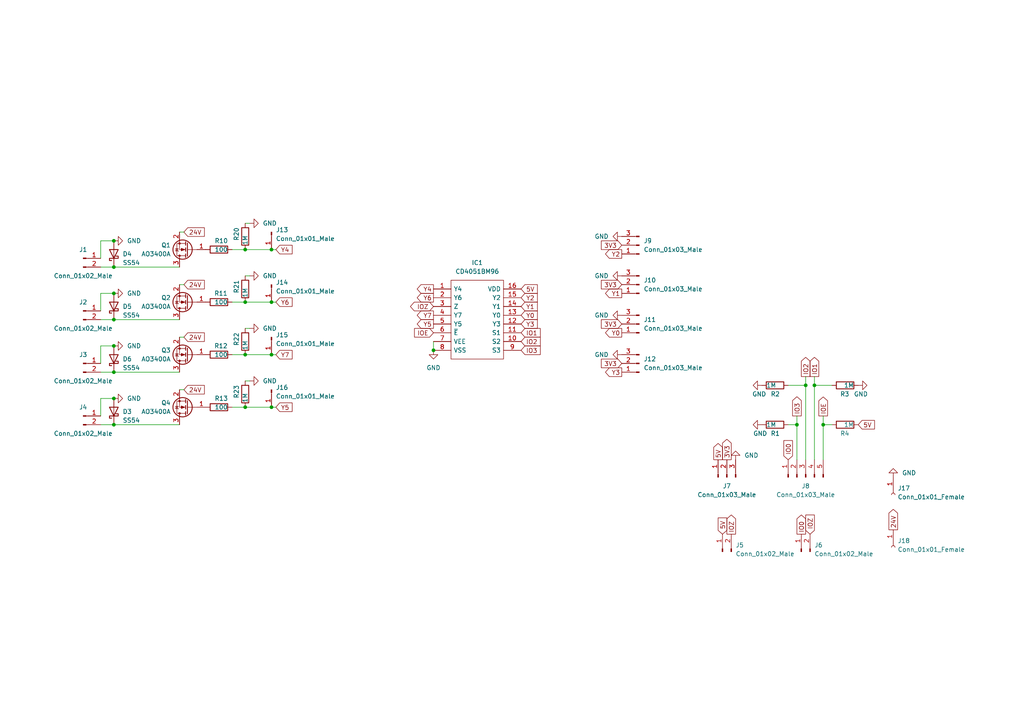
<source format=kicad_sch>
(kicad_sch (version 20211123) (generator eeschema)
  (paper "A4")
  (title_block (title "Plant Watering") (date "2022-03-16") (rev "1"))
  (lib_symbols
    (symbol "Connector:Conn_01x01_Female" (pin_names (offset 1.016) hide)
      (property "Reference" "J" (at 0 2.54 0))
      (property "Value" "Conn_01x01_Female" (at 0 -2.54 0))
      (symbol "Conn_01x01_Female_1_1"
        (polyline (pts (xy -1.27 0) (xy -0.508 0)) (stroke (width 0.1524)))
        (arc (start 0 0.508) (mid -0.508 0) (end 0 -0.508) (stroke (width 0.1524)))
        (pin passive line (at -5.08 0 0) (length 3.81) (name "Pin_1") (number "1"))
      )
    )
    (symbol "Connector:Conn_01x01_Male" (pin_names (offset 1.016) hide)
      (property "Reference" "J" (at 0 2.54 0))
      (property "Value" "Conn_01x01_Male" (at 0 -2.54 0))
      (symbol "Conn_01x01_Male_1_1"
        (polyline (pts (xy 1.27 0) (xy 0.8636 0)) (stroke (width 0.1524)))
        (rectangle (start 0.8636 0.127) (end 0 -0.127) (stroke (width 0.1524)) (fill (type outline)))
        (pin passive line (at 5.08 0 180) (length 3.81) (name "Pin_1") (number "1"))
      )
    )
    (symbol "Connector:Conn_01x02_Male" (pin_names (offset 1.016) hide)
      (property "Reference" "J" (at 0 2.54 0))
      (property "Value" "Conn_01x02_Male" (at 0 -5.08 0))
      (symbol "Conn_01x02_Male_1_1"
        (polyline (pts (xy 1.27 -2.54) (xy 0.8636 -2.54)) (stroke (width 0.1524)))
        (polyline (pts (xy 1.27 0) (xy 0.8636 0)) (stroke (width 0.1524)))
        (rectangle (start 0.8636 -2.413) (end 0 -2.667) (stroke (width 0.1524)) (fill (type outline)))
        (rectangle (start 0.8636 0.127) (end 0 -0.127) (stroke (width 0.1524)) (fill (type outline)))
        (pin passive line (at 5.08 0 180) (length 3.81) (name "Pin_1") (number "1"))
        (pin passive line (at 5.08 -2.54 180) (length 3.81) (name "Pin_2") (number "2"))
      )
    )
    (symbol "Connector:Conn_01x03_Male" (pin_names (offset 1.016) hide)
      (property "Reference" "J" (at 0 5.08 0))
      (property "Value" "Conn_01x03_Male" (at 0 -5.08 0))
      (symbol "Conn_01x03_Male_1_1"
        (polyline (pts (xy 1.27 -2.54) (xy 0.8636 -2.54)) (stroke (width 0.1524)))
        (polyline (pts (xy 1.27 0) (xy 0.8636 0)) (stroke (width 0.1524)))
        (polyline (pts (xy 1.27 2.54) (xy 0.8636 2.54)) (stroke (width 0.1524)))
        (rectangle (start 0.8636 -2.413) (end 0 -2.667) (stroke (width 0.1524)) (fill (type outline)))
        (rectangle (start 0.8636 0.127) (end 0 -0.127) (stroke (width 0.1524)) (fill (type outline)))
        (rectangle (start 0.8636 2.667) (end 0 2.413) (stroke (width 0.1524)) (fill (type outline)))
        (pin passive line (at 5.08 2.54 180) (length 3.81) (name "Pin_1") (number "1"))
        (pin passive line (at 5.08 0 180) (length 3.81) (name "Pin_2") (number "2"))
        (pin passive line (at 5.08 -2.54 180) (length 3.81) (name "Pin_3") (number "3"))
      )
    )
    (symbol "Connector:Conn_01x05_Male" (pin_names (offset 1.016) hide)
      (property "Reference" "J" (at 0 7.62 0))
      (property "Value" "Conn_01x05_Male" (at 0 -7.62 0))
      (symbol "Conn_01x05_Male_1_1"
        (polyline (pts (xy 1.27 -5.08) (xy 0.8636 -5.08)) (stroke (width 0.1524)))
        (polyline (pts (xy 1.27 -2.54) (xy 0.8636 -2.54)) (stroke (width 0.1524)))
        (polyline (pts (xy 1.27 0) (xy 0.8636 0)) (stroke (width 0.1524)))
        (polyline (pts (xy 1.27 2.54) (xy 0.8636 2.54)) (stroke (width 0.1524)))
        (polyline (pts (xy 1.27 5.08) (xy 0.8636 5.08)) (stroke (width 0.1524)))
        (rectangle (start 0.8636 -4.953) (end 0 -5.207) (stroke (width 0.1524)) (fill (type outline)))
        (rectangle (start 0.8636 -2.413) (end 0 -2.667) (stroke (width 0.1524)) (fill (type outline)))
        (rectangle (start 0.8636 0.127) (end 0 -0.127) (stroke (width 0.1524)) (fill (type outline)))
        (rectangle (start 0.8636 2.667) (end 0 2.413) (stroke (width 0.1524)) (fill (type outline)))
        (rectangle (start 0.8636 5.207) (end 0 4.953) (stroke (width 0.1524)) (fill (type outline)))
        (pin passive line (at 5.08 5.08 180) (length 3.81) (name "Pin_1") (number "1"))
        (pin passive line (at 5.08 2.54 180) (length 3.81) (name "Pin_2") (number "2"))
        (pin passive line (at 5.08 0 180) (length 3.81) (name "Pin_3") (number "3"))
        (pin passive line (at 5.08 -2.54 180) (length 3.81) (name "Pin_4") (number "4"))
        (pin passive line (at 5.08 -5.08 180) (length 3.81) (name "Pin_5") (number "5"))
      )
    )
    (symbol "Device:D_Schottky" (pin_numbers hide) (pin_names (offset 1.016) hide)
      (property "Reference" "D" (at 0 2.54 0))
      (property "Value" "D_Schottky" (at 0 -2.54 0))
      (symbol "D_Schottky_0_1"
        (polyline (pts (xy 1.27 0) (xy -1.27 0)))
        (polyline (pts (xy 1.27 1.27) (xy 1.27 -1.27) (xy -1.27 0) (xy 1.27 1.27)) (stroke (width 0.254)))
        (polyline (pts (xy -1.905 0.635) (xy -1.905 1.27) (xy -1.27 1.27) (xy -1.27 -1.27) (xy -0.635 -1.27) (xy -0.635 -0.635)) (stroke (width 0.254)))
      )
      (symbol "D_Schottky_1_1"
        (pin passive line (at -3.81 0 0) (length 2.54) (name "K") (number "1"))
        (pin passive line (at 3.81 0 180) (length 2.54) (name "A") (number "2"))
      )
    )
    (symbol "Device:R" (pin_numbers hide) (pin_names (offset 0))
      (property "Reference" "R" (at 2.032 0 90))
      (property "Value" "R" (at 0 0 90))
      (symbol "R_0_1"
        (rectangle (start -1.016 -2.54) (end 1.016 2.54) (stroke (width 0.254)))
      )
      (symbol "R_1_1"
        (pin passive line (at 0 3.81 270) (length 1.27) (name "~") (number "1"))
        (pin passive line (at 0 -3.81 90) (length 1.27) (name "~") (number "2"))
      )
    )
    (symbol "SamacSys_Parts:HEF4051BT,653" (pin_names (offset 0.762))
      (property "Reference" "IC" (at 21.59 7.62 0))
      (property "Value" "HEF4051BT,653" (at 21.59 5.08 0))
      (symbol "HEF4051BT,653_0_0"
        (pin passive line (at 0 0 0) (length 5.08) (name "Y4") (number "1"))
        (pin passive line (at 25.4 -15.24 180) (length 5.08) (name "S2") (number "10"))
        (pin passive line (at 25.4 -12.7 180) (length 5.08) (name "S1") (number "11"))
        (pin passive line (at 25.4 -10.16 180) (length 5.08) (name "Y3") (number "12"))
        (pin passive line (at 25.4 -7.62 180) (length 5.08) (name "Y0") (number "13"))
        (pin passive line (at 25.4 -5.08 180) (length 5.08) (name "Y1") (number "14"))
        (pin passive line (at 25.4 -2.54 180) (length 5.08) (name "Y2") (number "15"))
        (pin passive line (at 25.4 0 180) (length 5.08) (name "VDD") (number "16"))
        (pin passive line (at 0 -2.54 0) (length 5.08) (name "Y6") (number "2"))
        (pin passive line (at 0 -5.08 0) (length 5.08) (name "Z") (number "3"))
        (pin passive line (at 0 -7.62 0) (length 5.08) (name "Y7") (number "4"))
        (pin passive line (at 0 -10.16 0) (length 5.08) (name "Y5") (number "5"))
        (pin passive line (at 0 -12.7 0) (length 5.08) (name "~{E}") (number "6"))
        (pin passive line (at 0 -15.24 0) (length 5.08) (name "VEE") (number "7"))
        (pin passive line (at 0 -17.78 0) (length 5.08) (name "VSS") (number "8"))
        (pin passive line (at 25.4 -17.78 180) (length 5.08) (name "S3") (number "9"))
      )
      (symbol "HEF4051BT,653_0_1"
        (polyline (pts (xy 5.08 2.54) (xy 20.32 2.54) (xy 20.32 -20.32) (xy 5.08 -20.32) (xy 5.08 2.54)) (stroke (width 0.1524)))
      )
    )
    (symbol "Transistor_FET:AO3400A" (pin_names hide)
      (property "Reference" "Q" (at 5.08 1.905 0))
      (property "Value" "AO3400A" (at 5.08 0 0))
      (symbol "AO3400A_0_1"
        (polyline (pts (xy 0.254 0) (xy -2.54 0)))
        (polyline (pts (xy 0.254 1.905) (xy 0.254 -1.905)) (stroke (width 0.254)))
        (polyline (pts (xy 0.762 -1.27) (xy 0.762 -2.286)) (stroke (width 0.254)))
        (polyline (pts (xy 0.762 0.508) (xy 0.762 -0.508)) (stroke (width 0.254)))
        (polyline (pts (xy 0.762 2.286) (xy 0.762 1.27)) (stroke (width 0.254)))
        (polyline (pts (xy 2.54 2.54) (xy 2.54 1.778)))
        (polyline (pts (xy 2.54 -2.54) (xy 2.54 0) (xy 0.762 0)))
        (polyline (pts (xy 0.762 -1.778) (xy 3.302 -1.778) (xy 3.302 1.778) (xy 0.762 1.778)))
        (polyline (pts (xy 1.016 0) (xy 2.032 0.381) (xy 2.032 -0.381) (xy 1.016 0)) (fill (type outline)))
        (polyline (pts (xy 2.794 0.508) (xy 2.921 0.381) (xy 3.683 0.381) (xy 3.81 0.254)))
        (polyline (pts (xy 3.302 0.381) (xy 2.921 -0.254) (xy 3.683 -0.254) (xy 3.302 0.381)))
        (circle (center 1.651 0) (radius 2.794) (stroke (width 0.254)))
        (circle (center 2.54 -1.778) (radius 0.254) (fill (type outline)))
        (circle (center 2.54 1.778) (radius 0.254) (fill (type outline)))
      )
      (symbol "AO3400A_1_1"
        (pin input line (at -5.08 0 0) (length 2.54) (name "G") (number "1"))
        (pin passive line (at 2.54 -5.08 90) (length 2.54) (name "S") (number "2"))
        (pin passive line (at 2.54 5.08 270) (length 2.54) (name "D") (number "3"))
      )
    )
    (symbol "power:GND" (power) (pin_names (offset 0))
      (property "Value" "GND" (at 0 -3.81 0))
      (symbol "GND_0_1"
        (polyline (pts (xy 0 0) (xy 0 -1.27) (xy 1.27 -1.27) (xy 0 -2.54) (xy -1.27 -1.27) (xy 0 -1.27)))
      )
      (symbol "GND_1_1"
        (pin power_in line (at 0 0 270) (length 0) hide (name "GND") (number "1"))
      )
    )
  )
  (junction (at 71.12 87.63))
  (junction (at 78.74 87.63))
  (junction (at 33.02 123.19))
  (junction (at 125.73 101.6))
  (junction (at 33.02 69.85))
  (junction (at 33.02 115.57))
  (junction (at 238.76 123.19))
  (junction (at 33.02 85.09))
  (junction (at 78.74 118.11))
  (junction (at 71.12 102.87))
  (junction (at 236.22 111.76))
  (junction (at 33.02 107.95))
  (junction (at 71.12 118.11))
  (junction (at 71.12 72.39))
  (junction (at 233.68 111.76))
  (junction (at 78.74 102.87))
  (junction (at 33.02 100.33))
  (junction (at 231.14 123.19))
  (junction (at 33.02 92.71))
  (junction (at 33.02 77.47))
  (junction (at 78.74 72.39))
  (wire (pts (xy 78.74 72.39) (xy 80.01 72.39)))
  (wire (pts (xy 29.21 69.85) (xy 33.02 69.85)))
  (wire (pts (xy 71.12 118.11) (xy 78.74 118.11)))
  (wire (pts (xy 29.21 92.71) (xy 33.02 92.71)))
  (wire (pts (xy 71.12 87.63) (xy 78.74 87.63)))
  (wire (pts (xy 29.21 107.95) (xy 33.02 107.95)))
  (wire (pts (xy 33.02 92.71) (xy 52.07 92.71)))
  (wire (pts (xy 231.14 123.19) (xy 231.14 133.35)))
  (wire (pts (xy 72.39 95.25) (xy 71.12 95.25)))
  (wire (pts (xy 236.22 111.76) (xy 236.22 133.35)))
  (wire (pts (xy 29.21 100.33) (xy 33.02 100.33)))
  (wire (pts (xy 29.21 85.09) (xy 33.02 85.09)))
  (wire (pts (xy 53.34 82.55) (xy 52.07 82.55)))
  (wire (pts (xy 67.31 118.11) (xy 71.12 118.11)))
  (wire (pts (xy 67.31 102.87) (xy 71.12 102.87)))
  (wire (pts (xy 238.76 123.19) (xy 238.76 133.35)))
  (wire (pts (xy 53.34 113.03) (xy 52.07 113.03)))
  (wire (pts (xy 236.22 111.76) (xy 241.3 111.76)))
  (wire (pts (xy 231.14 123.19) (xy 228.6 123.19)))
  (wire (pts (xy 241.3 123.19) (xy 238.76 123.19)))
  (wire (pts (xy 71.12 102.87) (xy 78.74 102.87)))
  (wire (pts (xy 29.21 120.65) (xy 29.21 115.57)))
  (wire (pts (xy 29.21 90.17) (xy 29.21 85.09)))
  (wire (pts (xy 238.76 123.19) (xy 238.76 120.65)))
  (wire (pts (xy 78.74 102.87) (xy 80.01 102.87)))
  (wire (pts (xy 233.68 111.76) (xy 233.68 133.35)))
  (wire (pts (xy 125.73 99.06) (xy 125.73 101.6)))
  (wire (pts (xy 228.6 111.76) (xy 233.68 111.76)))
  (wire (pts (xy 53.34 97.79) (xy 52.07 97.79)))
  (wire (pts (xy 29.21 115.57) (xy 33.02 115.57)))
  (wire (pts (xy 78.74 118.11) (xy 80.01 118.11)))
  (wire (pts (xy 71.12 72.39) (xy 78.74 72.39)))
  (wire (pts (xy 72.39 80.01) (xy 71.12 80.01)))
  (wire (pts (xy 33.02 123.19) (xy 52.07 123.19)))
  (wire (pts (xy 29.21 74.93) (xy 29.21 69.85)))
  (wire (pts (xy 233.68 111.76) (xy 233.68 109.22)))
  (wire (pts (xy 33.02 77.47) (xy 52.07 77.47)))
  (wire (pts (xy 78.74 87.63) (xy 80.01 87.63)))
  (wire (pts (xy 33.02 107.95) (xy 52.07 107.95)))
  (wire (pts (xy 29.21 77.47) (xy 33.02 77.47)))
  (wire (pts (xy 72.39 64.77) (xy 71.12 64.77)))
  (wire (pts (xy 29.21 123.19) (xy 33.02 123.19)))
  (wire (pts (xy 29.21 105.41) (xy 29.21 100.33)))
  (wire (pts (xy 53.34 67.31) (xy 52.07 67.31)))
  (wire (pts (xy 67.31 87.63) (xy 71.12 87.63)))
  (wire (pts (xy 231.14 120.65) (xy 231.14 123.19)))
  (wire (pts (xy 67.31 72.39) (xy 71.12 72.39)))
  (wire (pts (xy 72.39 110.49) (xy 71.12 110.49)))
  (wire (pts (xy 236.22 109.22) (xy 236.22 111.76)))
  (global_label "24V" (shape input) (at 53.34 113.03 0) (property "Intersheet References" "${INTERSHEET_REFS}" (effects hide)))
  (global_label "Y1" (shape input) (at 151.13 88.9 0) (property "Intersheet References" "${INTERSHEET_REFS}" (effects hide)))
  (global_label "Y5" (shape input) (at 80.01 118.11 0) (property "Intersheet References" "${INTERSHEET_REFS}" (effects hide)))
  (global_label "24V" (shape input) (at 53.34 67.31 0) (property "Intersheet References" "${INTERSHEET_REFS}" (effects hide)))
  (global_label "5V" (shape input) (at 248.92 123.19 0) (property "Intersheet References" "${INTERSHEET_REFS}" (effects hide)))
  (global_label "IOZ" (shape bidirectional) (at 125.73 88.9 180) (property "Intersheet References" "${INTERSHEET_REFS}" (effects hide)))
  (global_label "IOE" (shape input) (at 125.73 96.52 180) (property "Intersheet References" "${INTERSHEET_REFS}" (effects hide)))
  (global_label "24V" (shape output) (at 259.08 153.67 90) (property "Intersheet References" "${INTERSHEET_REFS}" (effects hide)))
  (global_label "IO1" (shape input) (at 151.13 96.52 0) (property "Intersheet References" "${INTERSHEET_REFS}" (effects hide)))
  (global_label "3V3" (shape output) (at 210.82 133.35 90) (property "Intersheet References" "${INTERSHEET_REFS}" (effects hide)))
  (global_label "IOE" (shape output) (at 238.76 120.65 90) (property "Intersheet References" "${INTERSHEET_REFS}" (effects hide)))
  (global_label "3V3" (shape input) (at 180.34 71.12 180) (property "Intersheet References" "${INTERSHEET_REFS}" (effects hide)))
  (global_label "IO2" (shape output) (at 233.68 109.22 90) (property "Intersheet References" "${INTERSHEET_REFS}" (effects hide)))
  (global_label "3V3" (shape input) (at 180.34 93.98 180) (property "Intersheet References" "${INTERSHEET_REFS}" (effects hide)))
  (global_label "Y7" (shape input) (at 80.01 102.87 0) (property "Intersheet References" "${INTERSHEET_REFS}" (effects hide)))
  (global_label "Y4" (shape input) (at 80.01 72.39 0) (property "Intersheet References" "${INTERSHEET_REFS}" (effects hide)))
  (global_label "24V" (shape input) (at 53.34 82.55 0) (property "Intersheet References" "${INTERSHEET_REFS}" (effects hide)))
  (global_label "24V" (shape input) (at 53.34 97.79 0) (property "Intersheet References" "${INTERSHEET_REFS}" (effects hide)))
  (global_label "Y6" (shape input) (at 80.01 87.63 0) (property "Intersheet References" "${INTERSHEET_REFS}" (effects hide)))
  (global_label "3V3" (shape input) (at 180.34 105.41 180) (property "Intersheet References" "${INTERSHEET_REFS}" (effects hide)))
  (global_label "IO0" (shape output) (at 232.41 154.94 90) (property "Intersheet References" "${INTERSHEET_REFS}" (effects hide)))
  (global_label "IO3" (shape input) (at 151.13 101.6 0) (property "Intersheet References" "${INTERSHEET_REFS}" (effects hide)))
  (global_label "IOZ" (shape input) (at 234.95 154.94 90) (property "Intersheet References" "${INTERSHEET_REFS}" (effects hide)))
  (global_label "Y2" (shape output) (at 180.34 73.66 180) (property "Intersheet References" "${INTERSHEET_REFS}" (effects hide)))
  (global_label "Y7" (shape output) (at 125.73 91.44 180) (property "Intersheet References" "${INTERSHEET_REFS}" (effects hide)))
  (global_label "5V" (shape output) (at 208.28 133.35 90) (property "Intersheet References" "${INTERSHEET_REFS}" (effects hide)))
  (global_label "3V3" (shape input) (at 180.34 82.55 180) (property "Intersheet References" "${INTERSHEET_REFS}" (effects hide)))
  (global_label "IO0" (shape input) (at 228.6 133.35 90) (property "Intersheet References" "${INTERSHEET_REFS}" (effects hide)))
  (global_label "Y5" (shape output) (at 125.73 93.98 180) (property "Intersheet References" "${INTERSHEET_REFS}" (effects hide)))
  (global_label "Y6" (shape output) (at 125.73 86.36 180) (property "Intersheet References" "${INTERSHEET_REFS}" (effects hide)))
  (global_label "IO1" (shape output) (at 236.22 109.22 90) (property "Intersheet References" "${INTERSHEET_REFS}" (effects hide)))
  (global_label "IOZ" (shape output) (at 212.09 154.94 90) (property "Intersheet References" "${INTERSHEET_REFS}" (effects hide)))
  (global_label "Y1" (shape output) (at 180.34 85.09 180) (property "Intersheet References" "${INTERSHEET_REFS}" (effects hide)))
  (global_label "Y0" (shape input) (at 151.13 91.44 0) (property "Intersheet References" "${INTERSHEET_REFS}" (effects hide)))
  (global_label "Y3" (shape output) (at 180.34 107.95 180) (property "Intersheet References" "${INTERSHEET_REFS}" (effects hide)))
  (global_label "Y2" (shape input) (at 151.13 86.36 0) (property "Intersheet References" "${INTERSHEET_REFS}" (effects hide)))
  (global_label "IO2" (shape input) (at 151.13 99.06 0) (property "Intersheet References" "${INTERSHEET_REFS}" (effects hide)))
  (global_label "IO3" (shape output) (at 231.14 120.65 90) (property "Intersheet References" "${INTERSHEET_REFS}" (effects hide)))
  (global_label "Y3" (shape input) (at 151.13 93.98 0) (property "Intersheet References" "${INTERSHEET_REFS}" (effects hide)))
  (global_label "5V" (shape input) (at 151.13 83.82 0) (property "Intersheet References" "${INTERSHEET_REFS}" (effects hide)))
  (global_label "5V" (shape input) (at 209.55 154.94 90) (property "Intersheet References" "${INTERSHEET_REFS}" (effects hide)))
  (global_label "Y0" (shape output) (at 180.34 96.52 180) (property "Intersheet References" "${INTERSHEET_REFS}" (effects hide)))
  (global_label "Y4" (shape output) (at 125.73 83.82 180) (property "Intersheet References" "${INTERSHEET_REFS}" (effects hide)))
  (symbol (lib_id "Device:R") (at 71.12 114.3 0) (unit 1)
    (property "Reference" "R23" (at 68.58 115.57 90) (effects (justify left)))
    (property "Value" "1M" (at 71.12 116.84 90) (effects (justify left)))
    (property "Footprint" "Resistor_SMD:R_0805_2012Metric" (effects hide))
    (property "LCSC" "C17514" (effects hide))
  )
  (symbol (lib_id "power:GND") (at 33.02 69.85 90) (unit 1)
    (property "Reference" "#PWR0112" (effects hide))
    (property "Value" "GND" (at 36.83 69.8499 90) (effects (justify right)))
  )
  (symbol (lib_id "Transistor_FET:AO3400A") (at 54.61 102.87 180) (unit 1)
    (property "Reference" "Q3" (at 49.53 101.6 0) (effects (justify left)))
    (property "Value" "AO3400A" (at 49.53 104.14 0) (effects (justify left)))
    (property "Footprint" "Package_TO_SOT_SMD:SOT-23" (effects hide))
    (property "Datasheet" "http://www.aosmd.com/pdfs/datasheet/AO3400A.pdf" (effects hide))
    (property "LCSC" "C20917" (effects hide))
  )
  (symbol (lib_id "Connector:Conn_01x02_Male") (at 24.13 120.65 0) (unit 1)
    (property "Reference" "J4" (at 24.13 118.11 0))
    (property "Value" "Conn_01x02_Male" (at 24.13 125.73 0))
    (property "Footprint" "Connector_PinHeader_2.54mm:PinHeader_1x02_P2.54mm_Vertical" (effects hide))
  )
  (symbol (lib_id "power:GND") (at 248.92 111.76 90) (unit 1)
    (property "Reference" "#PWR05" (effects hide))
    (property "Value" "GND" (at 247.65 114.3 90) (effects (justify right)))
  )
  (symbol (lib_id "Connector:Conn_01x02_Male") (at 24.13 74.93 0) (unit 1)
    (property "Reference" "J1" (at 24.13 72.39 0))
    (property "Value" "Conn_01x02_Male" (at 24.13 80.01 0))
    (property "Footprint" "Connector_PinHeader_2.54mm:PinHeader_1x02_P2.54mm_Vertical" (effects hide))
  )
  (symbol (lib_id "Device:R") (at 63.5 87.63 90) (unit 1)
    (property "Reference" "R11" (at 66.04 85.09 90) (effects (justify left)))
    (property "Value" "100" (at 66.04 87.63 90) (effects (justify left)))
    (property "Footprint" "Resistor_SMD:R_0805_2012Metric" (effects hide))
    (property "LCSC" "C17408" (effects hide))
  )
  (symbol (lib_id "power:GND") (at 180.34 91.44 270) (unit 1)
    (property "Reference" "#PWR016" (effects hide))
    (property "Value" "GND" (at 176.53 91.4399 90) (effects (justify right)))
  )
  (symbol (lib_id "power:GND") (at 72.39 80.01 90) (unit 1)
    (property "Reference" "#PWR018" (effects hide))
    (property "Value" "GND" (at 76.2 80.0099 90) (effects (justify right)))
  )
  (symbol (lib_id "Device:D_Schottky") (at 33.02 119.38 90) (unit 1)
    (property "Reference" "D3" (at 35.56 119.38 90) (effects (justify right)))
    (property "Value" "SS54" (at 35.56 121.92 90) (effects (justify right)))
    (property "Footprint" "Diode_SMD:D_SMA" (effects hide))
    (property "LCSC" "C22452" (effects hide))
  )
  (symbol (lib_id "Device:R") (at 245.11 111.76 90) (unit 1)
    (property "Reference" "R3" (at 246.38 114.3 90) (effects (justify left)))
    (property "Value" "1M" (at 247.65 111.76 90) (effects (justify left)))
    (property "Footprint" "Resistor_SMD:R_0805_2012Metric" (effects hide))
    (property "LCSC" "C17514" (effects hide))
  )
  (symbol (lib_id "Connector:Conn_01x01_Female") (at 259.08 158.75 270) (unit 1)
    (property "Reference" "J18" (at 260.35 156.8449 90) (effects (justify left)))
    (property "Value" "Conn_01x01_Female" (at 260.35 159.3849 90) (effects (justify left)))
    (property "Footprint" "MountingHole:MountingHole_2.2mm_M2_ISO14580_Pad" (effects hide))
  )
  (symbol (lib_id "Connector:Conn_01x02_Male") (at 24.13 90.17 0) (unit 1)
    (property "Reference" "J2" (at 24.13 87.63 0))
    (property "Value" "Conn_01x02_Male" (at 24.13 95.25 0))
    (property "Footprint" "Connector_PinHeader_2.54mm:PinHeader_1x02_P2.54mm_Vertical" (effects hide))
  )
  (symbol (lib_id "power:GND") (at 33.02 115.57 90) (unit 1)
    (property "Reference" "#PWR0113" (effects hide))
    (property "Value" "GND" (at 36.83 115.5699 90) (effects (justify right)))
  )
  (symbol (lib_id "Device:R") (at 71.12 99.06 0) (unit 1)
    (property "Reference" "R22" (at 68.58 100.33 90) (effects (justify left)))
    (property "Value" "1M" (at 71.12 101.6 90) (effects (justify left)))
    (property "Footprint" "Resistor_SMD:R_0805_2012Metric" (effects hide))
    (property "LCSC" "C17514" (effects hide))
  )
  (symbol (lib_id "Transistor_FET:AO3400A") (at 54.61 72.39 180) (unit 1)
    (property "Reference" "Q1" (at 49.53 71.12 0) (effects (justify left)))
    (property "Value" "AO3400A" (at 49.53 73.66 0) (effects (justify left)))
    (property "Footprint" "Package_TO_SOT_SMD:SOT-23" (effects hide))
    (property "Datasheet" "http://www.aosmd.com/pdfs/datasheet/AO3400A.pdf" (effects hide))
    (property "LCSC" "C20917" (effects hide))
  )
  (symbol (lib_id "power:GND") (at 125.73 101.6 0) (unit 1)
    (property "Reference" "#PWR0116" (effects hide))
    (property "Value" "GND" (at 125.73 106.68 0))
  )
  (symbol (lib_id "Transistor_FET:AO3400A") (at 54.61 87.63 180) (unit 1)
    (property "Reference" "Q2" (at 49.53 86.36 0) (effects (justify left)))
    (property "Value" "AO3400A" (at 49.53 88.9 0) (effects (justify left)))
    (property "Footprint" "Package_TO_SOT_SMD:SOT-23" (effects hide))
    (property "Datasheet" "http://www.aosmd.com/pdfs/datasheet/AO3400A.pdf" (effects hide))
    (property "LCSC" "C20917" (effects hide))
  )
  (symbol (lib_id "power:GND") (at 213.36 133.35 180) (unit 1)
    (property "Reference" "#PWR01" (effects hide))
    (property "Value" "GND" (at 215.9 132.0799 0) (effects (justify right)))
  )
  (symbol (lib_id "power:GND") (at 180.34 80.01 270) (unit 1)
    (property "Reference" "#PWR015" (effects hide))
    (property "Value" "GND" (at 176.53 80.0099 90) (effects (justify right)))
  )
  (symbol (lib_id "Device:D_Schottky") (at 33.02 73.66 90) (unit 1)
    (property "Reference" "D4" (at 35.56 73.66 90) (effects (justify right)))
    (property "Value" "SS54" (at 35.56 76.2 90) (effects (justify right)))
    (property "Footprint" "Diode_SMD:D_SMA" (effects hide))
    (property "LCSC" "C22452" (effects hide))
  )
  (symbol (lib_id "Connector:Conn_01x02_Male") (at 232.41 160.02 90) (unit 1)
    (property "Reference" "J6" (at 236.22 158.1149 90) (effects (justify right)))
    (property "Value" "Conn_01x02_Male" (at 236.22 160.6549 90) (effects (justify right)))
    (property "Footprint" "Connector_PinHeader_2.54mm:PinHeader_1x02_P2.54mm_Vertical" (effects hide))
  )
  (symbol (lib_id "power:GND") (at 72.39 95.25 90) (unit 1)
    (property "Reference" "#PWR019" (effects hide))
    (property "Value" "GND" (at 76.2 95.2499 90) (effects (justify right)))
  )
  (symbol (lib_id "power:GND") (at 220.98 111.76 270) (unit 1)
    (property "Reference" "#PWR04" (effects hide))
    (property "Value" "GND" (at 222.25 114.3 90) (effects (justify right)))
  )
  (symbol (lib_id "Connector:Conn_01x02_Male") (at 209.55 160.02 90) (unit 1)
    (property "Reference" "J5" (at 213.36 158.1149 90) (effects (justify right)))
    (property "Value" "Conn_01x02_Male" (at 213.36 160.6549 90) (effects (justify right)))
    (property "Footprint" "Connector_PinHeader_2.54mm:PinHeader_1x02_P2.54mm_Vertical" (effects hide))
  )
  (symbol (lib_id "Device:R") (at 63.5 118.11 270) (unit 1)
    (property "Reference" "R13" (at 62.23 115.57 90) (effects (justify left)))
    (property "Value" "100" (at 62.23 118.11 90) (effects (justify left)))
    (property "Footprint" "Resistor_SMD:R_0805_2012Metric" (effects hide))
    (property "LCSC" "C17408" (effects hide))
  )
  (symbol (lib_id "Connector:Conn_01x01_Male") (at 78.74 67.31 270) (unit 1)
    (property "Reference" "J13" (at 80.01 66.6749 90) (effects (justify left)))
    (property "Value" "Conn_01x01_Male" (at 80.01 69.2149 90) (effects (justify left)))
    (property "Footprint" "Connector_PinHeader_2.54mm:PinHeader_1x01_P2.54mm_Vertical" (effects hide))
  )
  (symbol (lib_id "Device:R") (at 63.5 102.87 90) (unit 1)
    (property "Reference" "R12" (at 66.04 100.33 90) (effects (justify left)))
    (property "Value" "100" (at 66.04 102.87 90) (effects (justify left)))
    (property "Footprint" "Resistor_SMD:R_0805_2012Metric" (effects hide))
    (property "LCSC" "C17408" (effects hide))
  )
  (symbol (lib_id "Connector:Conn_01x01_Female") (at 259.08 143.51 270) (unit 1)
    (property "Reference" "J17" (at 260.35 141.6049 90) (effects (justify left)))
    (property "Value" "Conn_01x01_Female" (at 260.35 144.1449 90) (effects (justify left)))
    (property "Footprint" "MountingHole:MountingHole_2.2mm_M2_ISO14580_Pad" (effects hide))
  )
  (symbol (lib_id "Connector:Conn_01x05_Male") (at 233.68 138.43 90) (unit 1)
    (property "Reference" "J8" (at 233.68 140.97 90))
    (property "Value" "Conn_01x03_Male" (at 233.68 143.51 90))
    (property "Footprint" "Connector_PinHeader_2.54mm:PinHeader_1x05_P2.54mm_Vertical" (effects hide))
  )
  (symbol (lib_id "Transistor_FET:AO3400A") (at 54.61 118.11 180) (unit 1)
    (property "Reference" "Q4" (at 49.53 116.84 0) (effects (justify left)))
    (property "Value" "AO3400A" (at 49.53 119.38 0) (effects (justify left)))
    (property "Footprint" "Package_TO_SOT_SMD:SOT-23" (effects hide))
    (property "Datasheet" "http://www.aosmd.com/pdfs/datasheet/AO3400A.pdf" (effects hide))
    (property "LCSC" "C20917" (effects hide))
  )
  (symbol (lib_id "SamacSys_Parts:HEF4051BT,653") (at 125.73 83.82 0) (unit 1)
    (property "Reference" "IC1" (at 138.43 76.2 0))
    (property "Value" "CD4051BM96" (at 138.43 78.74 0))
    (property "Footprint" "SamacSys_Parts:SOIC127P600X175-16N" (effects hide))
    (property "Description" "HEF4051B - 8-channel analog multiplexer/demultiplexer@en-us" (effects hide))
    (property "Height" "1.75" (effects hide))
    (property "Manufacturer_Part_Number" "CD4051BM96" (effects hide))
    (property "LCSC" "C21379" (effects hide))
  )
  (symbol (lib_id "power:GND") (at 180.34 102.87 270) (unit 1)
    (property "Reference" "#PWR017" (effects hide))
    (property "Value" "GND" (at 176.53 102.8699 90) (effects (justify right)))
  )
  (symbol (lib_id "Device:R") (at 245.11 123.19 90) (unit 1)
    (property "Reference" "R4" (at 246.38 125.73 90) (effects (justify left)))
    (property "Value" "1M" (at 247.65 123.19 90) (effects (justify left)))
    (property "Footprint" "Resistor_SMD:R_0805_2012Metric" (effects hide))
    (property "LCSC" "C17514" (effects hide))
  )
  (symbol (lib_id "power:GND") (at 180.34 68.58 270) (unit 1)
    (property "Reference" "#PWR014" (effects hide))
    (property "Value" "GND" (at 176.53 68.5799 90) (effects (justify right)))
  )
  (symbol (lib_id "power:GND") (at 33.02 100.33 90) (unit 1)
    (property "Reference" "#PWR0110" (effects hide))
    (property "Value" "GND" (at 36.83 100.3299 90) (effects (justify right)))
  )
  (symbol (lib_id "Device:R") (at 71.12 83.82 0) (unit 1)
    (property "Reference" "R21" (at 68.58 85.09 90) (effects (justify left)))
    (property "Value" "1M" (at 71.12 86.36 90) (effects (justify left)))
    (property "Footprint" "Resistor_SMD:R_0805_2012Metric" (effects hide))
    (property "LCSC" "C17514" (effects hide))
  )
  (symbol (lib_id "Connector:Conn_01x03_Male") (at 185.42 93.98 180) (unit 1)
    (property "Reference" "J11" (at 186.69 92.7099 0) (effects (justify right)))
    (property "Value" "Conn_01x03_Male" (at 186.69 95.2499 0) (effects (justify right)))
    (property "Footprint" "Connector_PinHeader_2.54mm:PinHeader_1x03_P2.54mm_Vertical" (effects hide))
  )
  (symbol (lib_id "Device:R") (at 71.12 68.58 0) (unit 1)
    (property "Reference" "R20" (at 68.58 69.85 90) (effects (justify left)))
    (property "Value" "1M" (at 71.12 71.12 90) (effects (justify left)))
    (property "Footprint" "Resistor_SMD:R_0805_2012Metric" (effects hide))
    (property "LCSC" "C17514" (effects hide))
  )
  (symbol (lib_id "power:GND") (at 33.02 85.09 90) (unit 1)
    (property "Reference" "#PWR0111" (effects hide))
    (property "Value" "GND" (at 36.83 85.0899 90) (effects (justify right)))
  )
  (symbol (lib_id "Device:R") (at 224.79 111.76 270) (unit 1)
    (property "Reference" "R2" (at 223.52 114.3 90) (effects (justify left)))
    (property "Value" "1M" (at 222.25 111.76 90) (effects (justify left)))
    (property "Footprint" "Resistor_SMD:R_0805_2012Metric" (effects hide))
    (property "LCSC" "C17514" (effects hide))
  )
  (symbol (lib_id "Device:R") (at 63.5 72.39 270) (unit 1)
    (property "Reference" "R10" (at 62.23 69.85 90) (effects (justify left)))
    (property "Value" "100" (at 62.23 72.39 90) (effects (justify left)))
    (property "Footprint" "Resistor_SMD:R_0805_2012Metric" (effects hide))
    (property "LCSC" "C17408" (effects hide))
  )
  (symbol (lib_id "Connector:Conn_01x01_Male") (at 78.74 113.03 270) (unit 1)
    (property "Reference" "J16" (at 80.01 112.3949 90) (effects (justify left)))
    (property "Value" "Conn_01x01_Male" (at 80.01 114.9349 90) (effects (justify left)))
    (property "Footprint" "Connector_PinHeader_2.54mm:PinHeader_1x01_P2.54mm_Vertical" (effects hide))
  )
  (symbol (lib_id "Device:D_Schottky") (at 33.02 104.14 90) (unit 1)
    (property "Reference" "D6" (at 35.56 104.14 90) (effects (justify right)))
    (property "Value" "SS54" (at 35.56 106.68 90) (effects (justify right)))
    (property "Footprint" "Diode_SMD:D_SMA" (effects hide))
    (property "LCSC" "C22452" (effects hide))
  )
  (symbol (lib_id "power:GND") (at 72.39 64.77 90) (unit 1)
    (property "Reference" "#PWR09" (effects hide))
    (property "Value" "GND" (at 76.2 64.77 90) (effects (justify right)))
  )
  (symbol (lib_id "Connector:Conn_01x01_Male") (at 78.74 97.79 270) (unit 1)
    (property "Reference" "J15" (at 80.01 97.1549 90) (effects (justify left)))
    (property "Value" "Conn_01x01_Male" (at 80.01 99.6949 90) (effects (justify left)))
    (property "Footprint" "Connector_PinHeader_2.54mm:PinHeader_1x01_P2.54mm_Vertical" (effects hide))
  )
  (symbol (lib_id "Connector:Conn_01x02_Male") (at 24.13 105.41 0) (unit 1)
    (property "Reference" "J3" (at 24.13 102.87 0))
    (property "Value" "Conn_01x02_Male" (at 24.13 110.49 0))
    (property "Footprint" "Connector_PinHeader_2.54mm:PinHeader_1x02_P2.54mm_Vertical" (effects hide))
  )
  (symbol (lib_id "power:GND") (at 72.39 110.49 90) (unit 1)
    (property "Reference" "#PWR08" (effects hide))
    (property "Value" "GND" (at 76.2 110.4899 90) (effects (justify right)))
  )
  (symbol (lib_id "Connector:Conn_01x03_Male") (at 185.42 82.55 180) (unit 1)
    (property "Reference" "J10" (at 186.69 81.2799 0) (effects (justify right)))
    (property "Value" "Conn_01x03_Male" (at 186.69 83.8199 0) (effects (justify right)))
    (property "Footprint" "Connector_PinHeader_2.54mm:PinHeader_1x03_P2.54mm_Vertical" (effects hide))
  )
  (symbol (lib_id "power:GND") (at 220.98 123.19 270) (unit 1)
    (property "Reference" "#PWR03" (effects hide))
    (property "Value" "GND" (at 218.44 125.73 90) (effects (justify left)))
  )
  (symbol (lib_id "Connector:Conn_01x03_Male") (at 185.42 105.41 180) (unit 1)
    (property "Reference" "J12" (at 186.69 104.1399 0) (effects (justify right)))
    (property "Value" "Conn_01x03_Male" (at 186.69 106.6799 0) (effects (justify right)))
    (property "Footprint" "Connector_PinHeader_2.54mm:PinHeader_1x03_P2.54mm_Vertical" (effects hide))
  )
  (symbol (lib_id "power:GND") (at 259.08 138.43 180) (unit 1)
    (property "Reference" "#PWR02" (effects hide))
    (property "Value" "GND" (at 261.62 137.1599 0) (effects (justify right)))
  )
  (symbol (lib_id "Device:D_Schottky") (at 33.02 88.9 90) (unit 1)
    (property "Reference" "D5" (at 35.56 88.9 90) (effects (justify right)))
    (property "Value" "SS54" (at 35.56 91.44 90) (effects (justify right)))
    (property "Footprint" "Diode_SMD:D_SMA" (effects hide))
    (property "LCSC" "C22452" (effects hide))
  )
  (symbol (lib_id "Connector:Conn_01x03_Male") (at 185.42 71.12 180) (unit 1)
    (property "Reference" "J9" (at 186.69 69.8499 0) (effects (justify right)))
    (property "Value" "Conn_01x03_Male" (at 186.69 72.3899 0) (effects (justify right)))
    (property "Footprint" "Connector_PinHeader_2.54mm:PinHeader_1x03_P2.54mm_Vertical" (effects hide))
  )
  (symbol (lib_id "Device:R") (at 224.79 123.19 270) (unit 1)
    (property "Reference" "R1" (at 223.52 125.73 90) (effects (justify left)))
    (property "Value" "1M" (at 222.25 123.19 90) (effects (justify left)))
    (property "Footprint" "Resistor_SMD:R_0805_2012Metric" (effects hide))
    (property "LCSC" "C17514" (effects hide))
  )
  (symbol (lib_id "Connector:Conn_01x03_Male") (at 210.82 138.43 90) (unit 1)
    (property "Reference" "J7" (at 210.82 140.97 90))
    (property "Value" "Conn_01x03_Male" (at 210.82 143.51 90))
    (property "Footprint" "Connector_PinHeader_2.54mm:PinHeader_1x03_P2.54mm_Vertical" (effects hide))
  )
  (symbol (lib_id "Connector:Conn_01x01_Male") (at 78.74 82.55 270) (unit 1)
    (property "Reference" "J14" (at 80.01 81.9149 90) (effects (justify left)))
    (property "Value" "Conn_01x01_Male" (at 80.01 84.4549 90) (effects (justify left)))
    (property "Footprint" "Connector_PinHeader_2.54mm:PinHeader_1x01_P2.54mm_Vertical" (effects hide))
  )
)
</source>
